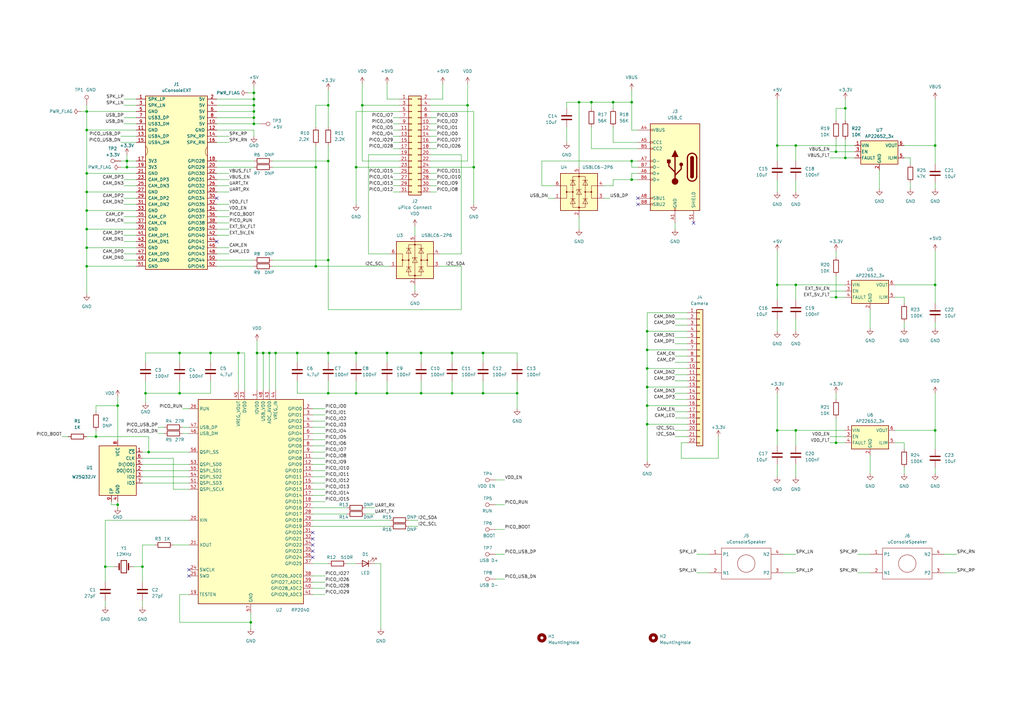
<source format=kicad_sch>
(kicad_sch (version 20230121) (generator eeschema)
  (paper "A3")
  (title_block (title "uPico") (date "2023-09-26") (rev "0x01") (company "vitaly.codes"))
  (junction (at 265.43 135.89))
  (junction (at 58.42 232.41))
  (junction (at 185.42 161.29))
  (junction (at 104.14 40.64))
  (junction (at 105.41 144.78))
  (junction (at 383.54 116.84))
  (junction (at 52.07 66.04))
  (junction (at 134.62 106.68))
  (junction (at 265.43 143.51))
  (junction (at 198.12 161.29))
  (junction (at 251.46 41.91))
  (junction (at 48.26 207.01))
  (junction (at 134.62 43.18))
  (junction (at 342.9 181.61))
  (junction (at 146.05 68.58))
  (junction (at 48.26 166.37))
  (junction (at 59.69 161.29))
  (junction (at 346.71 44.45))
  (junction (at 326.39 59.69))
  (junction (at 110.49 144.78))
  (junction (at 104.14 48.26))
  (junction (at 86.36 144.78))
  (junction (at 35.56 86.36))
  (junction (at 43.18 232.41))
  (junction (at 259.08 73.66))
  (junction (at 259.08 41.91))
  (junction (at 35.56 45.72))
  (junction (at 148.59 43.18))
  (junction (at 35.56 53.34))
  (junction (at 60.96 185.42))
  (junction (at 326.39 176.53))
  (junction (at 158.75 144.78))
  (junction (at 104.14 50.8))
  (junction (at 129.54 68.58))
  (junction (at 172.72 161.29))
  (junction (at 35.56 93.98))
  (junction (at 35.56 109.22))
  (junction (at 52.07 68.58))
  (junction (at 134.62 161.29))
  (junction (at 326.39 116.84))
  (junction (at 35.56 71.12))
  (junction (at 265.43 166.37))
  (junction (at 265.43 151.13))
  (junction (at 191.77 43.18))
  (junction (at 212.09 161.29))
  (junction (at 265.43 158.75))
  (junction (at 342.9 62.23))
  (junction (at 113.03 144.78))
  (junction (at 237.49 41.91))
  (junction (at 146.05 161.29))
  (junction (at 129.54 109.22))
  (junction (at 318.77 176.53))
  (junction (at 172.72 144.78))
  (junction (at 107.95 144.78))
  (junction (at 97.79 144.78))
  (junction (at 265.43 173.99))
  (junction (at 198.12 144.78))
  (junction (at 104.14 38.1))
  (junction (at 73.66 161.29))
  (junction (at 146.05 144.78))
  (junction (at 318.77 59.69))
  (junction (at 194.31 68.58))
  (junction (at 104.14 43.18))
  (junction (at 342.9 121.92))
  (junction (at 35.56 101.6))
  (junction (at 39.37 179.07))
  (junction (at 104.14 45.72))
  (junction (at 134.62 144.78))
  (junction (at 383.54 176.53))
  (junction (at 346.71 64.77))
  (junction (at 158.75 161.29))
  (junction (at 383.54 59.69))
  (junction (at 102.87 255.27))
  (junction (at 73.66 144.78))
  (junction (at 259.08 66.04))
  (junction (at 185.42 144.78))
  (junction (at 134.62 66.04))
  (junction (at 121.92 144.78))
  (junction (at 318.77 116.84))
  (junction (at 242.57 41.91))
  (junction (at 35.56 78.74))
  (no_connect (at 261.62 83.82))
  (no_connect (at 88.9 99.06))
  (no_connect (at 284.48 91.44))
  (no_connect (at 128.27 220.98))
  (no_connect (at 128.27 226.06))
  (no_connect (at 88.9 81.28))
  (no_connect (at 128.27 223.52))
  (no_connect (at 77.47 236.22))
  (no_connect (at 128.27 218.44))
  (no_connect (at 128.27 228.6))
  (no_connect (at 77.47 233.68))
  (no_connect (at 261.62 81.28))
  (wire (pts (xy 35.56 71.12) (xy 55.88 71.12)))
  (wire (pts (xy 104.14 45.72) (xy 104.14 48.26)))
  (wire (pts (xy 86.36 144.78) (xy 86.36 148.59)))
  (wire (pts (xy 146.05 45.72) (xy 146.05 68.58)))
  (wire (pts (xy 49.53 58.42) (xy 55.88 58.42)))
  (wire (pts (xy 35.56 93.98) (xy 35.56 101.6)))
  (wire (pts (xy 77.47 213.36) (xy 43.18 213.36)))
  (wire (pts (xy 50.8 43.18) (xy 55.88 43.18)))
  (wire (pts (xy 73.66 156.21) (xy 73.66 161.29)))
  (wire (pts (xy 134.62 36.83) (xy 134.62 43.18)))
  (wire (pts (xy 265.43 151.13) (xy 281.94 151.13)))
  (wire (pts (xy 285.75 234.95) (xy 290.83 234.95)))
  (wire (pts (xy 50.8 99.06) (xy 55.88 99.06)))
  (wire (pts (xy 35.56 53.34) (xy 55.88 53.34)))
  (wire (pts (xy 104.14 38.1) (xy 104.14 40.64)))
  (wire (pts (xy 383.54 176.53) (xy 383.54 184.15)))
  (wire (pts (xy 370.84 124.46) (xy 370.84 121.92)))
  (wire (pts (xy 111.76 109.22) (xy 129.54 109.22)))
  (wire (pts (xy 160.02 213.36) (xy 128.27 213.36)))
  (wire (pts (xy 106.68 50.8) (xy 104.14 50.8)))
  (wire (pts (xy 133.35 190.5) (xy 128.27 190.5)))
  (wire (pts (xy 43.18 232.41) (xy 43.18 238.76)))
  (wire (pts (xy 383.54 132.08) (xy 383.54 134.62)))
  (wire (pts (xy 158.75 148.59) (xy 158.75 144.78)))
  (wire (pts (xy 265.43 166.37) (xy 265.43 158.75)))
  (wire (pts (xy 250.19 81.28) (xy 247.65 81.28)))
  (wire (pts (xy 179.07 71.12) (xy 176.53 71.12)))
  (wire (pts (xy 172.72 148.59) (xy 172.72 144.78)))
  (wire (pts (xy 326.39 73.66) (xy 326.39 78.74)))
  (wire (pts (xy 93.98 96.52) (xy 88.9 96.52)))
  (wire (pts (xy 340.36 181.61) (xy 342.9 181.61)))
  (wire (pts (xy 48.26 208.28) (xy 48.26 207.01)))
  (wire (pts (xy 50.8 81.28) (xy 55.88 81.28)))
  (wire (pts (xy 88.9 43.18) (xy 104.14 43.18)))
  (wire (pts (xy 318.77 116.84) (xy 326.39 116.84)))
  (wire (pts (xy 340.36 121.92) (xy 342.9 121.92)))
  (wire (pts (xy 71.12 187.96) (xy 71.12 200.66)))
  (wire (pts (xy 151.13 63.5) (xy 163.83 63.5)))
  (wire (pts (xy 340.36 179.07) (xy 346.71 179.07)))
  (wire (pts (xy 93.98 86.36) (xy 88.9 86.36)))
  (wire (pts (xy 43.18 213.36) (xy 43.18 232.41)))
  (wire (pts (xy 360.68 69.85) (xy 360.68 77.47)))
  (wire (pts (xy 207.01 237.49) (xy 203.2 237.49)))
  (wire (pts (xy 265.43 166.37) (xy 281.94 166.37)))
  (wire (pts (xy 171.45 213.36) (xy 167.64 213.36)))
  (wire (pts (xy 58.42 195.58) (xy 77.47 195.58)))
  (wire (pts (xy 134.62 148.59) (xy 134.62 144.78)))
  (wire (pts (xy 60.96 185.42) (xy 77.47 185.42)))
  (wire (pts (xy 259.08 36.83) (xy 259.08 41.91)))
  (wire (pts (xy 58.42 232.41) (xy 58.42 238.76)))
  (wire (pts (xy 35.56 43.18) (xy 35.56 45.72)))
  (wire (pts (xy 318.77 40.64) (xy 318.77 59.69)))
  (wire (pts (xy 383.54 191.77) (xy 383.54 194.31)))
  (wire (pts (xy 46.99 232.41) (xy 43.18 232.41)))
  (wire (pts (xy 224.79 81.28) (xy 227.33 81.28)))
  (wire (pts (xy 172.72 161.29) (xy 185.42 161.29)))
  (wire (pts (xy 383.54 59.69) (xy 383.54 67.31)))
  (wire (pts (xy 251.46 58.42) (xy 251.46 52.07)))
  (wire (pts (xy 383.54 116.84) (xy 383.54 124.46)))
  (wire (pts (xy 373.38 64.77) (xy 370.84 64.77)))
  (wire (pts (xy 265.43 158.75) (xy 281.94 158.75)))
  (wire (pts (xy 373.38 74.93) (xy 373.38 77.47)))
  (wire (pts (xy 73.66 243.84) (xy 73.66 255.27)))
  (wire (pts (xy 232.41 58.42) (xy 232.41 52.07)))
  (wire (pts (xy 133.35 172.72) (xy 128.27 172.72)))
  (wire (pts (xy 102.87 257.81) (xy 102.87 255.27)))
  (wire (pts (xy 276.86 140.97) (xy 281.94 140.97)))
  (wire (pts (xy 326.39 176.53) (xy 326.39 182.88)))
  (wire (pts (xy 326.39 135.89) (xy 326.39 130.81)))
  (wire (pts (xy 265.43 151.13) (xy 265.43 143.51)))
  (wire (pts (xy 179.07 48.26) (xy 176.53 48.26)))
  (wire (pts (xy 50.8 76.2) (xy 55.88 76.2)))
  (wire (pts (xy 207.01 217.17) (xy 203.2 217.17)))
  (wire (pts (xy 191.77 34.29) (xy 191.77 43.18)))
  (wire (pts (xy 48.26 162.56) (xy 48.26 166.37)))
  (wire (pts (xy 158.75 40.64) (xy 163.83 40.64)))
  (wire (pts (xy 318.77 135.89) (xy 318.77 130.81)))
  (wire (pts (xy 100.33 160.02) (xy 100.33 144.78)))
  (wire (pts (xy 189.23 109.22) (xy 189.23 127)))
  (wire (pts (xy 121.92 144.78) (xy 113.03 144.78)))
  (wire (pts (xy 207.01 227.33) (xy 203.2 227.33)))
  (wire (pts (xy 185.42 156.21) (xy 185.42 161.29)))
  (wire (pts (xy 342.9 171.45) (xy 342.9 181.61)))
  (wire (pts (xy 222.25 76.2) (xy 222.25 66.04)))
  (wire (pts (xy 181.61 40.64) (xy 176.53 40.64)))
  (wire (pts (xy 265.43 189.23) (xy 265.43 173.99)))
  (wire (pts (xy 356.87 186.69) (xy 356.87 194.31)))
  (wire (pts (xy 93.98 91.44) (xy 88.9 91.44)))
  (wire (pts (xy 73.66 243.84) (xy 77.47 243.84)))
  (wire (pts (xy 276.86 130.81) (xy 281.94 130.81)))
  (wire (pts (xy 54.61 232.41) (xy 58.42 232.41)))
  (wire (pts (xy 318.77 73.66) (xy 318.77 78.74)))
  (wire (pts (xy 74.93 167.64) (xy 77.47 167.64)))
  (wire (pts (xy 198.12 161.29) (xy 185.42 161.29)))
  (wire (pts (xy 276.86 163.83) (xy 281.94 163.83)))
  (wire (pts (xy 261.62 60.96) (xy 242.57 60.96)))
  (wire (pts (xy 180.34 109.22) (xy 189.23 109.22)))
  (wire (pts (xy 50.8 106.68) (xy 55.88 106.68)))
  (wire (pts (xy 294.64 187.96) (xy 294.64 179.07)))
  (wire (pts (xy 179.07 76.2) (xy 176.53 76.2)))
  (wire (pts (xy 171.45 215.9) (xy 167.64 215.9)))
  (wire (pts (xy 88.9 40.64) (xy 104.14 40.64)))
  (wire (pts (xy 265.43 135.89) (xy 265.43 128.27)))
  (wire (pts (xy 212.09 161.29) (xy 198.12 161.29)))
  (wire (pts (xy 259.08 53.34) (xy 261.62 53.34)))
  (wire (pts (xy 35.56 53.34) (xy 35.56 71.12)))
  (wire (pts (xy 176.53 63.5) (xy 189.23 63.5)))
  (wire (pts (xy 259.08 41.91) (xy 259.08 53.34)))
  (wire (pts (xy 237.49 68.58) (xy 237.49 41.91)))
  (wire (pts (xy 133.35 175.26) (xy 128.27 175.26)))
  (wire (pts (xy 346.71 64.77) (xy 350.52 64.77)))
  (wire (pts (xy 276.86 148.59) (xy 281.94 148.59)))
  (wire (pts (xy 104.14 66.04) (xy 88.9 66.04)))
  (wire (pts (xy 170.18 92.71) (xy 170.18 96.52)))
  (wire (pts (xy 276.86 133.35) (xy 281.94 133.35)))
  (wire (pts (xy 133.35 203.2) (xy 128.27 203.2)))
  (wire (pts (xy 52.07 63.5) (xy 52.07 66.04)))
  (wire (pts (xy 179.07 73.66) (xy 176.53 73.66)))
  (wire (pts (xy 74.93 177.8) (xy 77.47 177.8)))
  (wire (pts (xy 342.9 121.92) (xy 346.71 121.92)))
  (wire (pts (xy 212.09 156.21) (xy 212.09 161.29)))
  (wire (pts (xy 346.71 57.15) (xy 346.71 64.77)))
  (wire (pts (xy 128.27 231.14) (xy 134.62 231.14)))
  (wire (pts (xy 52.07 66.04) (xy 52.07 68.58)))
  (wire (pts (xy 93.98 58.42) (xy 88.9 58.42)))
  (wire (pts (xy 189.23 127) (xy 134.62 127)))
  (wire (pts (xy 222.25 66.04) (xy 259.08 66.04)))
  (wire (pts (xy 64.77 177.8) (xy 67.31 177.8)))
  (wire (pts (xy 158.75 144.78) (xy 146.05 144.78)))
  (wire (pts (xy 251.46 41.91) (xy 259.08 41.91)))
  (wire (pts (xy 35.56 45.72) (xy 55.88 45.72)))
  (wire (pts (xy 73.66 161.29) (xy 86.36 161.29)))
  (wire (pts (xy 340.36 62.23) (xy 342.9 62.23)))
  (wire (pts (xy 276.86 146.05) (xy 281.94 146.05)))
  (wire (pts (xy 326.39 116.84) (xy 346.71 116.84)))
  (wire (pts (xy 194.31 83.82) (xy 194.31 68.58)))
  (wire (pts (xy 383.54 102.87) (xy 383.54 116.84)))
  (wire (pts (xy 129.54 52.07) (xy 129.54 43.18)))
  (wire (pts (xy 318.77 176.53) (xy 326.39 176.53)))
  (wire (pts (xy 39.37 166.37) (xy 48.26 166.37)))
  (wire (pts (xy 35.56 179.07) (xy 39.37 179.07)))
  (wire (pts (xy 134.62 59.69) (xy 134.62 66.04)))
  (wire (pts (xy 121.92 156.21) (xy 121.92 161.29)))
  (wire (pts (xy 161.29 76.2) (xy 163.83 76.2)))
  (wire (pts (xy 133.35 236.22) (xy 128.27 236.22)))
  (wire (pts (xy 50.8 88.9) (xy 55.88 88.9)))
  (wire (pts (xy 58.42 190.5) (xy 77.47 190.5)))
  (wire (pts (xy 50.8 50.8) (xy 55.88 50.8)))
  (wire (pts (xy 146.05 144.78) (xy 134.62 144.78)))
  (wire (pts (xy 97.79 144.78) (xy 97.79 160.02)))
  (wire (pts (xy 370.84 132.08) (xy 370.84 134.62)))
  (wire (pts (xy 88.9 48.26) (xy 104.14 48.26)))
  (wire (pts (xy 179.07 50.8) (xy 176.53 50.8)))
  (wire (pts (xy 104.14 68.58) (xy 88.9 68.58)))
  (wire (pts (xy 259.08 68.58) (xy 259.08 66.04)))
  (wire (pts (xy 326.39 234.95) (xy 321.31 234.95)))
  (wire (pts (xy 134.62 144.78) (xy 121.92 144.78)))
  (wire (pts (xy 261.62 66.04) (xy 259.08 66.04)))
  (wire (pts (xy 133.35 182.88) (xy 128.27 182.88)))
  (wire (pts (xy 342.9 44.45) (xy 342.9 49.53)))
  (wire (pts (xy 134.62 43.18) (xy 134.62 52.07)))
  (wire (pts (xy 133.35 185.42) (xy 128.27 185.42)))
  (wire (pts (xy 261.62 58.42) (xy 251.46 58.42)))
  (wire (pts (xy 133.35 241.3) (xy 128.27 241.3)))
  (wire (pts (xy 35.56 101.6) (xy 55.88 101.6)))
  (wire (pts (xy 227.33 76.2) (xy 222.25 76.2)))
  (wire (pts (xy 207.01 207.01) (xy 203.2 207.01)))
  (wire (pts (xy 158.75 156.21) (xy 158.75 161.29)))
  (wire (pts (xy 49.53 55.88) (xy 55.88 55.88)))
  (wire (pts (xy 102.87 251.46) (xy 102.87 255.27)))
  (wire (pts (xy 318.77 176.53) (xy 318.77 182.88)))
  (wire (pts (xy 242.57 41.91) (xy 251.46 41.91)))
  (wire (pts (xy 107.95 144.78) (xy 110.49 144.78)))
  (wire (pts (xy 142.24 210.82) (xy 128.27 210.82)))
  (wire (pts (xy 88.9 55.88) (xy 93.98 55.88)))
  (wire (pts (xy 346.71 44.45) (xy 346.71 49.53)))
  (wire (pts (xy 146.05 68.58) (xy 163.83 68.58)))
  (wire (pts (xy 261.62 71.12) (xy 259.08 71.12)))
  (wire (pts (xy 276.86 93.98) (xy 276.86 91.44)))
  (wire (pts (xy 48.26 166.37) (xy 48.26 180.34)))
  (wire (pts (xy 383.54 40.64) (xy 383.54 59.69)))
  (wire (pts (xy 25.4 179.07) (xy 27.94 179.07)))
  (wire (pts (xy 64.77 175.26) (xy 67.31 175.26)))
  (wire (pts (xy 161.29 60.96) (xy 163.83 60.96)))
  (wire (pts (xy 326.39 59.69) (xy 326.39 66.04)))
  (wire (pts (xy 104.14 109.22) (xy 88.9 109.22)))
  (wire (pts (xy 55.88 66.04) (xy 52.07 66.04)))
  (wire (pts (xy 356.87 127) (xy 356.87 134.62)))
  (wire (pts (xy 35.56 109.22) (xy 55.88 109.22)))
  (wire (pts (xy 71.12 200.66) (xy 77.47 200.66)))
  (wire (pts (xy 161.29 53.34) (xy 163.83 53.34)))
  (wire (pts (xy 161.29 71.12) (xy 163.83 71.12)))
  (wire (pts (xy 276.86 168.91) (xy 281.94 168.91)))
  (wire (pts (xy 101.6 38.1) (xy 104.14 38.1)))
  (wire (pts (xy 45.72 207.01) (xy 48.26 207.01)))
  (wire (pts (xy 276.86 179.07) (xy 281.94 179.07)))
  (wire (pts (xy 104.14 106.68) (xy 88.9 106.68)))
  (wire (pts (xy 146.05 148.59) (xy 146.05 144.78)))
  (wire (pts (xy 134.62 161.29) (xy 146.05 161.29)))
  (wire (pts (xy 50.8 40.64) (xy 55.88 40.64)))
  (wire (pts (xy 346.71 40.64) (xy 346.71 44.45)))
  (wire (pts (xy 146.05 83.82) (xy 146.05 68.58)))
  (wire (pts (xy 342.9 113.03) (xy 342.9 121.92)))
  (wire (pts (xy 50.8 104.14) (xy 55.88 104.14)))
  (wire (pts (xy 232.41 41.91) (xy 237.49 41.91)))
  (wire (pts (xy 179.07 55.88) (xy 176.53 55.88)))
  (wire (pts (xy 59.69 144.78) (xy 73.66 144.78)))
  (wire (pts (xy 104.14 40.64) (xy 104.14 43.18)))
  (wire (pts (xy 86.36 156.21) (xy 86.36 161.29)))
  (wire (pts (xy 73.66 144.78) (xy 86.36 144.78)))
  (wire (pts (xy 148.59 43.18) (xy 148.59 66.04)))
  (wire (pts (xy 58.42 198.12) (xy 77.47 198.12)))
  (wire (pts (xy 318.77 59.69) (xy 318.77 66.04)))
  (wire (pts (xy 161.29 50.8) (xy 163.83 50.8)))
  (wire (pts (xy 383.54 74.93) (xy 383.54 77.47)))
  (wire (pts (xy 134.62 127) (xy 134.62 106.68)))
  (wire (pts (xy 59.69 148.59) (xy 59.69 144.78)))
  (wire (pts (xy 50.8 73.66) (xy 55.88 73.66)))
  (wire (pts (xy 276.86 171.45) (xy 281.94 171.45)))
  (wire (pts (xy 251.46 73.66) (xy 251.46 76.2)))
  (wire (pts (xy 194.31 45.72) (xy 194.31 68.58)))
  (wire (pts (xy 35.56 109.22) (xy 35.56 120.65)))
  (wire (pts (xy 73.66 255.27) (xy 102.87 255.27)))
  (wire (pts (xy 318.77 161.29) (xy 318.77 176.53)))
  (wire (pts (xy 176.53 68.58) (xy 194.31 68.58)))
  (wire (pts (xy 318.77 116.84) (xy 318.77 123.19)))
  (wire (pts (xy 60.96 179.07) (xy 60.96 185.42)))
  (wire (pts (xy 43.18 248.92) (xy 43.18 246.38)))
  (wire (pts (xy 146.05 156.21) (xy 146.05 161.29)))
  (wire (pts (xy 370.84 184.15) (xy 370.84 181.61)))
  (wire (pts (xy 326.39 116.84) (xy 326.39 123.19)))
  (wire (pts (xy 104.14 53.34) (xy 104.14 55.88)))
  (wire (pts (xy 93.98 104.14) (xy 88.9 104.14)))
  (wire (pts (xy 373.38 67.31) (xy 373.38 64.77)))
  (wire (pts (xy 198.12 144.78) (xy 185.42 144.78)))
  (wire (pts (xy 326.39 195.58) (xy 326.39 190.5)))
  (wire (pts (xy 326.39 176.53) (xy 346.71 176.53)))
  (wire (pts (xy 367.03 176.53) (xy 383.54 176.53)))
  (wire (pts (xy 74.93 175.26) (xy 77.47 175.26)))
  (wire (pts (xy 156.21 231.14) (xy 153.67 231.14)))
  (wire (pts (xy 189.23 104.14) (xy 189.23 63.5)))
  (wire (pts (xy 242.57 44.45) (xy 242.57 41.91)))
  (wire (pts (xy 151.13 104.14) (xy 160.02 104.14)))
  (wire (pts (xy 161.29 78.74) (xy 163.83 78.74)))
  (wire (pts (xy 35.56 93.98) (xy 55.88 93.98)))
  (wire (pts (xy 111.76 66.04) (xy 134.62 66.04)))
  (wire (pts (xy 342.9 57.15) (xy 342.9 62.23)))
  (wire (pts (xy 93.98 73.66) (xy 88.9 73.66)))
  (wire (pts (xy 153.67 210.82) (xy 149.86 210.82)))
  (wire (pts (xy 146.05 231.14) (xy 142.24 231.14)))
  (wire (pts (xy 181.61 34.29) (xy 181.61 40.64)))
  (wire (pts (xy 45.72 205.74) (xy 45.72 207.01)))
  (wire (pts (xy 179.07 78.74) (xy 176.53 78.74)))
  (wire (pts (xy 133.35 167.64) (xy 128.27 167.64)))
  (wire (pts (xy 35.56 71.12) (xy 35.56 78.74)))
  (wire (pts (xy 110.49 144.78) (xy 113.03 144.78)))
  (wire (pts (xy 113.03 144.78) (xy 113.03 160.02)))
  (wire (pts (xy 342.9 161.29) (xy 342.9 163.83)))
  (wire (pts (xy 161.29 48.26) (xy 163.83 48.26)))
  (wire (pts (xy 342.9 62.23) (xy 350.52 62.23)))
  (wire (pts (xy 129.54 109.22) (xy 160.02 109.22)))
  (wire (pts (xy 146.05 161.29) (xy 158.75 161.29)))
  (wire (pts (xy 251.46 73.66) (xy 259.08 73.66)))
  (wire (pts (xy 156.21 257.81) (xy 156.21 231.14)))
  (wire (pts (xy 342.9 44.45) (xy 346.71 44.45)))
  (wire (pts (xy 179.07 58.42) (xy 176.53 58.42)))
  (wire (pts (xy 52.07 68.58) (xy 55.88 68.58)))
  (wire (pts (xy 104.14 43.18) (xy 104.14 45.72)))
  (wire (pts (xy 326.39 59.69) (xy 350.52 59.69)))
  (wire (pts (xy 318.77 195.58) (xy 318.77 190.5)))
  (wire (pts (xy 158.75 34.29) (xy 158.75 40.64)))
  (wire (pts (xy 105.41 139.7) (xy 105.41 144.78)))
  (wire (pts (xy 58.42 185.42) (xy 60.96 185.42)))
  (wire (pts (xy 198.12 161.29) (xy 198.12 156.21)))
  (wire (pts (xy 276.86 156.21) (xy 281.94 156.21)))
  (wire (pts (xy 160.02 215.9) (xy 128.27 215.9)))
  (wire (pts (xy 259.08 68.58) (xy 261.62 68.58)))
  (wire (pts (xy 294.64 187.96) (xy 279.4 187.96)))
  (wire (pts (xy 93.98 101.6) (xy 88.9 101.6)))
  (wire (pts (xy 129.54 43.18) (xy 134.62 43.18)))
  (wire (pts (xy 129.54 59.69) (xy 129.54 68.58)))
  (wire (pts (xy 318.77 102.87) (xy 318.77 116.84)))
  (wire (pts (xy 370.84 191.77) (xy 370.84 194.31)))
  (wire (pts (xy 265.43 173.99) (xy 281.94 173.99)))
  (wire (pts (xy 100.33 144.78) (xy 97.79 144.78)))
  (wire (pts (xy 93.98 93.98) (xy 88.9 93.98)))
  (wire (pts (xy 176.53 43.18) (xy 191.77 43.18)))
  (wire (pts (xy 351.79 227.33) (xy 356.87 227.33)))
  (wire (pts (xy 58.42 246.38) (xy 58.42 248.92)))
  (wire (pts (xy 342.9 102.87) (xy 342.9 105.41)))
  (wire (pts (xy 35.56 101.6) (xy 35.56 109.22)))
  (wire (pts (xy 88.9 53.34) (xy 104.14 53.34)))
  (wire (pts (xy 35.56 78.74) (xy 35.56 86.36)))
  (wire (pts (xy 180.34 104.14) (xy 189.23 104.14)))
  (wire (pts (xy 93.98 88.9) (xy 88.9 88.9)))
  (wire (pts (xy 134.62 66.04) (xy 134.62 106.68)))
  (wire (pts (xy 265.43 143.51) (xy 281.94 143.51)))
  (wire (pts (xy 158.75 161.29) (xy 172.72 161.29)))
  (wire (pts (xy 153.67 208.28) (xy 149.86 208.28)))
  (wire (pts (xy 111.76 68.58) (xy 129.54 68.58)))
  (wire (pts (xy 48.26 207.01) (xy 48.26 205.74)))
  (wire (pts (xy 104.14 35.56) (xy 104.14 38.1)))
  (wire (pts (xy 370.84 59.69) (xy 383.54 59.69)))
  (wire (pts (xy 259.08 73.66) (xy 261.62 73.66)))
  (wire (pts (xy 342.9 181.61) (xy 346.71 181.61)))
  (wire (pts (xy 212.09 161.29) (xy 212.09 167.64)))
  (wire (pts (xy 58.42 223.52) (xy 63.5 223.52)))
  (wire (pts (xy 93.98 83.82) (xy 88.9 83.82)))
  (wire (pts (xy 161.29 58.42) (xy 163.83 58.42)))
  (wire (pts (xy 35.56 45.72) (xy 35.56 53.34)))
  (wire (pts (xy 33.02 45.72) (xy 35.56 45.72)))
  (wire (pts (xy 133.35 187.96) (xy 128.27 187.96)))
  (wire (pts (xy 35.56 86.36) (xy 55.88 86.36)))
  (wire (pts (xy 276.86 176.53) (xy 281.94 176.53)))
  (wire (pts (xy 121.92 161.29) (xy 134.62 161.29)))
  (wire (pts (xy 86.36 144.78) (xy 97.79 144.78)))
  (wire (pts (xy 105.41 144.78) (xy 107.95 144.78)))
  (wire (pts (xy 50.8 91.44) (xy 55.88 91.44)))
  (wire (pts (xy 133.35 170.18) (xy 128.27 170.18)))
  (wire (pts (xy 265.43 158.75) (xy 265.43 151.13)))
  (wire (pts (xy 340.36 119.38) (xy 346.71 119.38)))
  (wire (pts (xy 176.53 45.72) (xy 194.31 45.72)))
  (wire (pts (xy 133.35 177.8) (xy 128.27 177.8)))
  (wire (pts (xy 383.54 161.29) (xy 383.54 176.53)))
  (wire (pts (xy 191.77 66.04) (xy 191.77 43.18)))
  (wire (pts (xy 172.72 156.21) (xy 172.72 161.29)))
  (wire (pts (xy 121.92 148.59) (xy 121.92 144.78)))
  (wire (pts (xy 129.54 68.58) (xy 129.54 109.22)))
  (wire (pts (xy 251.46 76.2) (xy 247.65 76.2)))
  (wire (pts (xy 170.18 119.38) (xy 170.18 116.84)))
  (wire (pts (xy 50.8 48.26) (xy 55.88 48.26)))
  (wire (pts (xy 39.37 176.53) (xy 39.37 179.07)))
  (wire (pts (xy 185.42 148.59) (xy 185.42 144.78)))
  (wire (pts (xy 276.86 153.67) (xy 281.94 153.67)))
  (wire (pts (xy 279.4 181.61) (xy 279.4 187.96)))
  (wire (pts (xy 111.76 106.68) (xy 134.62 106.68)))
  (wire (pts (xy 265.43 135.89) (xy 281.94 135.89)))
  (wire (pts (xy 104.14 50.8) (xy 104.14 48.26)))
  (wire (pts (xy 93.98 76.2) (xy 88.9 76.2)))
  (wire (pts (xy 73.66 144.78) (xy 73.66 148.59)))
  (wire (pts (xy 237.49 88.9) (xy 237.49 93.98)))
  (wire (pts (xy 88.9 45.72) (xy 104.14 45.72)))
  (wire (pts (xy 279.4 181.61) (xy 281.94 181.61)))
  (wire (pts (xy 259.08 71.12) (xy 259.08 73.66)))
  (wire (pts (xy 142.24 208.28) (xy 128.27 208.28)))
  (wire (pts (xy 340.36 64.77) (xy 346.71 64.77)))
  (wire (pts (xy 203.2 196.85) (xy 207.01 196.85)))
  (wire (pts (xy 265.43 143.51) (xy 265.43 135.89)))
  (wire (pts (xy 179.07 53.34) (xy 176.53 53.34)))
  (wire (pts (xy 93.98 71.12) (xy 88.9 71.12)))
  (wire (pts (xy 105.41 160.02) (xy 105.41 144.78)))
  (wire (pts (xy 133.35 238.76) (xy 128.27 238.76)))
  (wire (pts (xy 58.42 223.52) (xy 58.42 232.41)))
  (wire (pts (xy 161.29 73.66) (xy 163.83 73.66)))
  (wire (pts (xy 107.95 144.78) (xy 107.95 160.02)))
  (wire (pts (xy 58.42 187.96) (xy 71.12 187.96)))
  (wire (pts (xy 265.43 128.27) (xy 281.94 128.27)))
  (wire (pts (xy 133.35 195.58) (xy 128.27 195.58)))
  (wire (pts (xy 133.35 180.34) (xy 128.27 180.34)))
  (wire (pts (xy 367.03 116.84) (xy 383.54 116.84)))
  (wire (pts (xy 133.35 198.12) (xy 128.27 198.12)))
  (wire (pts (xy 370.84 181.61) (xy 367.03 181.61)))
  (wire (pts (xy 392.43 227.33) (xy 387.35 227.33)))
  (wire (pts (xy 88.9 50.8) (xy 104.14 50.8)))
  (wire (pts (xy 276.86 161.29) (xy 281.94 161.29)))
  (wire (pts (xy 39.37 168.91) (xy 39.37 166.37)))
  (wire (pts (xy 59.69 161.29) (xy 73.66 161.29)))
  (wire (pts (xy 58.42 193.04) (xy 77.47 193.04)))
  (wire (pts (xy 133.35 243.84) (xy 128.27 243.84)))
  (wire (pts (xy 265.43 173.99) (xy 265.43 166.37)))
  (wire (pts (xy 148.59 34.29) (xy 148.59 43.18)))
  (wire (pts (xy 351.79 234.95) (xy 356.87 234.95)))
  (wire (pts (xy 161.29 55.88) (xy 163.83 55.88)))
  (wire (pts (xy 35.56 86.36) (xy 35.56 93.98)))
  (wire (pts (xy 59.69 161.29) (xy 59.69 156.21)))
  (wire (pts (xy 110.49 144.78) (xy 110.49 160.02)))
  (wire (pts (xy 198.12 148.59) (xy 198.12 144.78)))
  (wire (pts (xy 276.86 138.43) (xy 281.94 138.43)))
  (wire (pts (xy 49.53 68.58) (xy 52.07 68.58)))
  (wire (pts (xy 172.72 144.78) (xy 158.75 144.78)))
  (wire (pts (xy 148.59 43.18) (xy 163.83 43.18)))
  (wire (pts (xy 212.09 148.59) (xy 212.09 144.78)))
  (wire (pts (xy 134.62 156.21) (xy 134.62 161.29)))
  (wire (pts (xy 232.41 44.45) (xy 232.41 41.91)))
  (wire (pts (xy 163.83 45.72) (xy 146.05 45.72)))
  (wire (pts (xy 49.53 66.04) (xy 52.07 66.04)))
  (wire (pts (xy 176.53 66.04) (xy 191.77 66.04)))
  (wire (pts (xy 50.8 96.52) (xy 55.88 96.52)))
  (wire (pts (xy 326.39 227.33) (xy 321.31 227.33)))
  (wire (pts (xy 237.49 41.91) (xy 242.57 41.91)))
  (wire (pts (xy 60.96 179.07) (xy 39.37 179.07)))
  (wire (pts (xy 50.8 83.82) (xy 55.88 83.82)))
  (wire (pts (xy 179.07 60.96) (xy 176.53 60.96)))
  (wire (pts (xy 285.75 227.33) (xy 290.83 227.33)))
  (wire (pts (xy 59.69 161.29) (xy 59.69 165.1)))
  (wire (pts (xy 71.12 223.52) (xy 77.47 223.52)))
  (wire (pts (xy 35.56 78.74) (xy 55.88 78.74)))
  (wire (pts (xy 133.35 205.74) (xy 128.27 205.74)))
  (wire (pts (xy 133.35 193.04) (xy 128.27 193.04)))
  (wire (pts (xy 392.43 234.95) (xy 387.35 234.95)))
  (wire (pts (xy 185.42 144.78) (xy 172.72 144.78)))
  (wire (pts (xy 163.83 66.04) (xy 148.59 66.04)))
  (wire (pts (xy 251.46 41.91) (xy 251.46 44.45)))
  (wire (pts (xy 93.98 78.74) (xy 88.9 78.74)))
  (wire (pts (xy 242.57 60.96) (xy 242.57 52.07)))
  (wire (pts (xy 133.35 200.66) (xy 128.27 200.66)))
  (wire (pts (xy 318.77 59.69) (xy 326.39 59.69)))
  (wire (pts (xy 370.84 121.92) (xy 367.03 121.92)))
  (wire (pts (xy 151.13 63.5) (xy 151.13 104.14)))
  (wire (pts (xy 212.09 144.78) (xy 198.12 144.78)))
  (label "PICO_IO10" (at 133.35 193.04 0))
  (label "SPK_RN" (at 93.98 58.42 0))
  (label "PICO_IO3" (at 133.35 175.26 0))
  (label "PICO_IO2" (at 133.35 172.72 0))
  (label "CAM_DP2" (at 50.8 81.28 180))
  (label "I2C_SDA" (at 276.86 179.07 180))
  (label "EXT_5V_EN" (at 340.36 119.38 180))
  (label "I2C_SDA" (at 171.45 213.36 0))
  (label "PICO_IO28" (at 161.29 60.96 180))
  (label "UART_RX" (at 153.67 208.28 0))
  (label "VBUS_EN" (at 340.36 62.23 180))
  (label "SPK_RP" (at 93.98 55.88 0))
  (label "CAM_CP" (at 50.8 88.9 180))
  (label "PICO_USB_DN" (at 49.53 58.42 180))
  (label "VBUS_EN" (at 93.98 73.66 0))
  (label "CAM_DP1" (at 276.86 140.97 180))
  (label "PICO_IO8" (at 133.35 187.96 0))
  (label "USB_DN" (at 224.79 81.28 180))
  (label "I2C_SCL" (at 157.48 109.22 180))
  (label "PICO_IO0" (at 179.07 55.88 0))
  (label "VDD_EN" (at 340.36 179.07 180))
  (label "PICO_IO15" (at 133.35 205.74 0))
  (label "CAM_EN" (at 276.86 168.91 180))
  (label "PICO_IO5" (at 161.29 53.34 180))
  (label "PICO_USB_DN" (at 207.01 237.49 0))
  (label "PICO_IO6" (at 133.35 182.88 0))
  (label "I2C_SDA" (at 182.88 109.22 0))
  (label "VBUS_FLT" (at 340.36 64.77 180))
  (label "SPK_LN" (at 50.8 43.18 180))
  (label "PICO_BOOT" (at 93.98 88.9 0))
  (label "PICO_IO11" (at 133.35 195.58 0))
  (label "UART_TX" (at 153.67 210.82 0))
  (label "PICO_IO29" (at 161.29 58.42 180))
  (label "PICO_IO26" (at 179.07 60.96 0))
  (label "EXT_5V_FLT" (at 93.98 93.98 0))
  (label "PICO_IO9" (at 133.35 190.5 0))
  (label "PICO_RUN" (at 93.98 91.44 0))
  (label "PICO_USB_DP" (at 64.77 175.26 180))
  (label "USB_DN" (at 50.8 50.8 180))
  (label "CAM_DN1" (at 50.8 99.06 180))
  (label "SPK_RN" (at 351.79 234.95 180))
  (label "CAM_DP0" (at 50.8 104.14 180))
  (label "CAM_DN1" (at 276.86 138.43 180))
  (label "SPK_RN" (at 392.43 227.33 0))
  (label "CAM_DN2" (at 276.86 153.67 180))
  (label "VDD_FLT" (at 340.36 181.61 180))
  (label "UART_RX" (at 93.98 78.74 0))
  (label "PICO_IO8" (at 179.07 78.74 0))
  (label "PICO_IO7" (at 161.29 48.26 180))
  (label "EXT_5V_EN" (at 93.98 96.52 0))
  (label "SPK_RP" (at 392.43 234.95 0))
  (label "PICO_IO4" (at 161.29 55.88 180))
  (label "CAM_DN0" (at 50.8 106.68 180))
  (label "CAM_DN0" (at 276.86 130.81 180))
  (label "PICO_IO5" (at 133.35 180.34 0))
  (label "CAM_LED" (at 276.86 171.45 180))
  (label "CAM_CN" (at 50.8 91.44 180))
  (label "SPK_LP" (at 285.75 227.33 180))
  (label "PICO_USB_DN" (at 64.77 177.8 180))
  (label "CAM_DP3" (at 276.86 163.83 180))
  (label "USB_DP" (at 50.8 48.26 180))
  (label "PICO_IO13" (at 161.29 76.2 180))
  (label "PICO_RUN" (at 207.01 207.01 0))
  (label "PICO_RUN" (at 74.93 167.64 180))
  (label "PICO_IO0" (at 133.35 167.64 0))
  (label "PICO_IO29" (at 133.35 243.84 0))
  (label "PICO_USB_DP" (at 49.53 55.88 180))
  (label "PICO_IO12" (at 161.29 78.74 180))
  (label "PICO_IO3" (at 179.07 48.26 0))
  (label "PICO_IO1" (at 133.35 170.18 0))
  (label "PICO_IO26" (at 133.35 238.76 0))
  (label "CAM_EN" (at 93.98 101.6 0))
  (label "PICO_BOOT" (at 25.4 179.07 180))
  (label "USB_DP" (at 250.19 81.28 0))
  (label "PICO_IO4" (at 133.35 177.8 0))
  (label "PICO_IO6" (at 161.29 50.8 180))
  (label "SPK_LP" (at 50.8 40.64 180))
  (label "PICO_IO2" (at 179.07 50.8 0))
  (label "VDD_FLT" (at 93.98 83.82 0))
  (label "PICO_IO27" (at 133.35 236.22 0))
  (label "PICO_IO10" (at 179.07 73.66 0))
  (label "I2C_SCL" (at 276.86 176.53 180))
  (label "PICO_IO7" (at 133.35 185.42 0))
  (label "PICO_IO28" (at 133.35 241.3 0))
  (label "CAM_DP3" (at 50.8 73.66 180))
  (label "EXT_5V_FLT" (at 340.36 121.92 180))
  (label "CAM_DP2" (at 276.86 156.21 180))
  (label "PICO_IO27" (at 179.07 58.42 0))
  (label "PICO_IO13" (at 133.35 200.66 0))
  (label "CAM_DN3" (at 50.8 76.2 180))
  (label "PICO_IO9" (at 179.07 76.2 0))
  (label "CAM_DN2" (at 50.8 83.82 180))
  (label "PICO_IO11" (at 179.07 71.12 0))
  (label "PICO_IO14" (at 161.29 73.66 180))
  (label "CAM_CP" (at 276.86 148.59 180))
  (label "CAM_CN" (at 276.86 146.05 180))
  (label "SPK_LN" (at 326.39 227.33 0))
  (label "PICO_IO1" (at 179.07 53.34 0))
  (label "VDD_EN" (at 93.98 86.36 0))
  (label "I2C_SCL" (at 171.45 215.9 0))
  (label "SPK_RP" (at 351.79 227.33 180))
  (label "CAM_DP0" (at 276.86 133.35 180))
  (label "VBUS_FLT" (at 93.98 71.12 0))
  (label "PICO_IO15" (at 161.29 71.12 180))
  (label "SPK_LN" (at 285.75 234.95 180))
  (label "PICO_BOOT" (at 207.01 217.17 0))
  (label "VDD_EN" (at 207.01 196.85 0))
  (label "PICO_USB_DP" (at 207.01 227.33 0))
  (label "CAM_DN3" (at 276.86 161.29 180))
  (label "CAM_DP1" (at 50.8 96.52 180))
  (label "SPK_LP" (at 326.39 234.95 0))
  (label "PICO_IO14" (at 133.35 203.2 0))
  (label "PICO_IO12" (at 133.35 198.12 0))
  (label "CAM_LED" (at 93.98 104.14 0))
  (label "UART_TX" (at 93.98 76.2 0))
  (symbol (lib_id "Device:R") (at 67.31 223.52 90) (mirror x) (unit 1)
    (property "Reference" "R3" (at 64.77 220.98 90))
    (property "Value" "1K" (at 68.58 220.98 90))
    (property "Footprint" "Resistor_SMD:R_0402_1005Metric" (effects hide))
  )
  (symbol (lib_id "power:GND") (at 194.31 83.82 0) (mirror y) (unit 1)
    (property "Reference" "#PWR021" (effects hide))
    (property "Value" "GND" (at 194.31 88.9 0))
  )
  (symbol (lib_id "Connector:TestPoint") (at 106.68 50.8 270) (unit 1)
    (property "Reference" "TP3" (at 111.76 49.53 90) (effects (justify left)))
    (property "Value" "+5V" (at 111.76 52.07 90) (effects (justify left)))
    (property "Footprint" "TestPoint:TestPoint_Pad_D1.0mm" (effects hide))
  )
  (symbol (lib_id "Device:R") (at 242.57 48.26 0) (unit 1)
    (property "Reference" "R17" (at 245.11 46.99 0) (effects (justify left)))
    (property "Value" "56K" (at 245.11 49.53 0) (effects (justify left)))
    (property "Footprint" "Resistor_SMD:R_0402_1005Metric" (effects hide))
  )
  (symbol (lib_id "power:GND") (at 35.56 120.65 0) (unit 1)
    (property "Reference" "#PWR01" (effects hide))
    (property "Value" "GND" (at 35.56 125.73 0))
  )
  (symbol (lib_id "power:GND") (at 48.26 208.28 0) (unit 1)
    (property "Reference" "#PWR04" (effects hide))
    (property "Value" "GND" (at 48.26 212.09 0))
  )
  (symbol (lib_id "power:VDD") (at 383.54 161.29 0) (unit 1)
    (property "Reference" "#PWR051" (effects hide))
    (property "Value" "VDD" (at 383.54 156.21 0))
  )
  (symbol (lib_id "Device:C") (at 73.66 152.4 0) (unit 1)
    (property "Reference" "C4" (at 77.47 151.765 0) (effects (justify left)))
    (property "Value" "100nF" (at 77.47 154.305 0) (effects (justify left)))
    (property "Footprint" "Capacitor_SMD:C_0402_1005Metric" (effects hide))
  )
  (symbol (lib_id "power:GND") (at 104.14 55.88 0) (unit 1)
    (property "Reference" "#PWR010" (effects hide))
    (property "Value" "GND" (at 104.14 59.69 0))
  )
  (symbol (lib_id "Connector:TestPoint") (at 203.2 217.17 90) (unit 1)
    (property "Reference" "TP6" (at 201.93 214.63 90) (effects (justify left)))
    (property "Value" "BOOT" (at 203.2 219.71 90) (effects (justify left)))
    (property "Footprint" "TestPoint:TestPoint_Pad_D1.0mm" (effects hide))
  )
  (symbol (lib_id "power:+3.3V") (at 134.62 36.83 0) (unit 1)
    (property "Reference" "#PWR012" (effects hide))
    (property "Value" "+3.3V" (at 134.62 33.02 0))
  )
  (symbol (lib_id "Connector:TestPoint") (at 203.2 227.33 90) (unit 1)
    (property "Reference" "TP7" (at 201.93 224.79 90) (effects (justify left)))
    (property "Value" "USB D+" (at 204.47 229.87 90) (effects (justify left)))
    (property "Footprint" "TestPoint:TestPoint_Pad_D1.0mm" (effects hide))
  )
  (symbol (lib_id "Device:R") (at 107.95 106.68 90) (unit 1)
    (property "Reference" "R8" (at 105.41 104.14 90))
    (property "Value" "DNP" (at 110.49 104.14 90))
    (property "Footprint" "Resistor_SMD:R_0402_1005Metric" (effects hide))
  )
  (symbol (lib_id "power:GND") (at 59.69 165.1 0) (unit 1)
    (property "Reference" "#PWR07" (effects hide))
    (property "Value" "GND" (at 59.69 168.91 0))
  )
  (symbol (lib_id "power:+5VD") (at 383.54 102.87 0) (unit 1)
    (property "Reference" "#PWR049" (effects hide))
    (property "Value" "+5VD" (at 383.54 97.79 0))
  )
  (symbol (lib_id "power:+3.3V") (at 318.77 161.29 0) (unit 1)
    (property "Reference" "#PWR033" (effects hide))
    (property "Value" "+3.3V" (at 318.77 157.48 0))
  )
  (symbol (lib_id "@jb:AP22652_3x") (at 356.87 179.07 0) (unit 1)
    (property "Reference" "U6" (at 356.87 170.18 0))
    (property "Value" "AP22652_3x" (at 356.87 172.72 0))
    (property "Footprint" "Package_TO_SOT_SMD:SOT-23-6" (effects hide))
    (property "Datasheet" "https://www.diodes.com/assets/Datasheets/AP22652_53_52A_53A.pdf" (effects hide))
  )
  (symbol (lib_id "power:GND") (at 237.49 93.98 0) (unit 1)
    (property "Reference" "#PWR024" (effects hide))
    (property "Value" "GND" (at 237.49 99.06 0))
  )
  (symbol (lib_id "power:GND") (at 356.87 194.31 0) (unit 1)
    (property "Reference" "#PWR042" (effects hide))
    (property "Value" "GND" (at 356.87 199.39 0))
  )
  (symbol (lib_id "power:+5V") (at 318.77 102.87 0) (unit 1)
    (property "Reference" "#PWR031" (effects hide))
    (property "Value" "+5V" (at 318.77 99.06 0))
  )
  (symbol (lib_id "Power_Protection:USBLC6-2P6") (at 170.18 106.68 0) (unit 1)
    (property "Reference" "U3" (at 162.56 96.52 0) (effects (justify left)))
    (property "Value" "USBLC6-2P6" (at 172.72 96.52 0) (effects (justify left)))
    (property "Footprint" "Package_TO_SOT_SMD:SOT-666" (effects hide))
    (property "Datasheet" "https://www.st.com/resource/en/datasheet/usblc6-2.pdf" (effects hide))
  )
  (symbol (lib_id "Device:C") (at 383.54 71.12 0) (mirror y) (unit 1)
    (property "Reference" "C21" (at 387.35 69.85 0) (effects (justify right)))
    (property "Value" "10uF" (at 387.35 72.39 0) (effects (justify right)))
    (property "Footprint" "Capacitor_SMD:C_0603_1608Metric" (effects hide))
  )
  (symbol (lib_id "power:GND") (at 318.77 195.58 0) (unit 1)
    (property "Reference" "#PWR034" (effects hide))
    (property "Value" "GND" (at 318.77 200.66 0))
  )
  (symbol (lib_id "power:GND") (at 43.18 248.92 0) (unit 1)
    (property "Reference" "#PWR02" (effects hide))
    (property "Value" "GND" (at 43.18 254 0))
  )
  (symbol (lib_id "Device:R") (at 39.37 172.72 0) (unit 1)
    (property "Reference" "R2" (at 41.91 172.085 0) (effects (justify left)))
    (property "Value" "DNP" (at 41.91 174.625 0) (effects (justify left)))
    (property "Footprint" "Resistor_SMD:R_0402_1005Metric" (effects hide))
  )
  (symbol (lib_id "Device:R") (at 370.84 128.27 0) (unit 1)
    (property "Reference" "R23" (at 373.38 127 0) (effects (justify left)))
    (property "Value" "100K" (at 373.38 129.54 0) (effects (justify left)))
    (property "Footprint" "Resistor_SMD:R_0402_1005Metric" (effects hide))
  )
  (symbol (lib_id "Device:R") (at 107.95 66.04 90) (unit 1)
    (property "Reference" "R6" (at 105.41 63.5 90))
    (property "Value" "DNP" (at 110.49 63.5 90))
    (property "Footprint" "Resistor_SMD:R_0402_1005Metric" (effects hide))
  )
  (symbol (lib_id "Device:R") (at 71.12 175.26 90) (unit 1)
    (property "Reference" "R4" (at 69.215 172.72 90))
    (property "Value" "27R" (at 73.66 172.72 90))
    (property "Footprint" "Resistor_SMD:R_0402_1005Metric" (effects hide))
  )
  (symbol (lib_id "power:GND") (at 318.77 78.74 0) (unit 1)
    (property "Reference" "#PWR030" (effects hide))
    (property "Value" "GND" (at 318.77 83.82 0))
  )
  (symbol (lib_id "power:+3.3V") (at 342.9 102.87 0) (unit 1)
    (property "Reference" "#PWR038" (effects hide))
    (property "Value" "+3.3V" (at 342.9 99.06 0))
  )
  (symbol (lib_id "Device:R") (at 138.43 231.14 90) (mirror x) (unit 1)
    (property "Reference" "R12" (at 135.89 228.6 90))
    (property "Value" "510R" (at 142.24 228.6 90))
    (property "Footprint" "Resistor_SMD:R_0402_1005Metric" (effects hide))
  )
  (symbol (lib_id "Device:R") (at 342.9 53.34 0) (mirror y) (unit 1)
    (property "Reference" "R19" (at 340.36 52.705 0) (effects (justify left)))
    (property "Value" "10K" (at 340.36 55.245 0) (effects (justify left)))
    (property "Footprint" "Resistor_SMD:R_0402_1005Metric" (effects hide))
  )
  (symbol (lib_id "power:+5VD") (at 158.75 34.29 0) (unit 1)
    (property "Reference" "#PWR015" (effects hide))
    (property "Value" "+5VD" (at 158.75 29.21 0))
  )
  (symbol (lib_id "Device:R") (at 163.83 215.9 90) (mirror x) (unit 1)
    (property "Reference" "R16" (at 158.75 217.17 90))
    (property "Value" "DNP" (at 168.91 217.17 90))
    (property "Footprint" "Resistor_SMD:R_0402_1005Metric" (effects hide))
  )
  (symbol (lib_id "Connector:TestPoint") (at 203.2 196.85 90) (unit 1)
    (property "Reference" "TP4" (at 201.93 194.31 90) (effects (justify left)))
    (property "Value" "VDD EN" (at 203.2 199.39 90) (effects (justify left)))
    (property "Footprint" "TestPoint:TestPoint_Pad_D1.0mm" (effects hide))
  )
  (symbol (lib_id "power:GND") (at 326.39 135.89 0) (unit 1)
    (property "Reference" "#PWR036" (effects hide))
    (property "Value" "GND" (at 326.39 140.97 0))
  )
  (symbol (lib_id "power:GND") (at 276.86 93.98 0) (unit 1)
    (property "Reference" "#PWR027" (effects hide))
    (property "Value" "GND" (at 276.86 99.06 0))
  )
  (symbol (lib_id "Device:C") (at 326.39 127 180) (unit 1)
    (property "Reference" "C19" (at 330.2 126.365 0) (effects (justify right)))
    (property "Value" "100nF" (at 330.2 128.905 0) (effects (justify right)))
    (property "Footprint" "Capacitor_SMD:C_0402_1005Metric" (effects hide))
  )
  (symbol (lib_id "power:PWR_FLAG") (at 49.53 68.58 90) (unit 1)
    (property "Reference" "#FLG02" (effects hide))
    (property "Value" "PWR_FLAG" (at 45.72 68.58 90) (effects (justify left)))
  )
  (symbol (lib_id "Connector:TestPoint") (at 203.2 237.49 90) (unit 1)
    (property "Reference" "TP8" (at 201.93 234.95 90) (effects (justify left)))
    (property "Value" "USB D-" (at 204.47 240.03 90) (effects (justify left)))
    (property "Footprint" "TestPoint:TestPoint_Pad_D1.0mm" (effects hide))
  )
  (symbol (lib_id "power:GND") (at 383.54 134.62 0) (unit 1)
    (property "Reference" "#PWR050" (effects hide))
    (property "Value" "GND" (at 383.54 139.7 0))
  )
  (symbol (lib_id "power:GND") (at 326.39 195.58 0) (unit 1)
    (property "Reference" "#PWR037" (effects hide))
    (property "Value" "GND" (at 326.39 200.66 0))
  )
  (symbol (lib_id "Device:LED") (at 149.86 231.14 180) (unit 1)
    (property "Reference" "D1" (at 149.86 227.33 0))
    (property "Value" "LED" (at 149.86 234.95 0))
    (property "Footprint" "LED_THT:LED_SideEmitter_Rectangular_W4.5mm_H1.6mm" (effects hide))
  )
  (symbol (lib_id "Connector_Generic:Conn_02x16_Odd_Even") (at 168.91 58.42 0) (unit 1)
    (property "Reference" "J2" (at 170.18 82.55 0))
    (property "Value" "uPico Connect" (at 170.18 85.09 0))
    (property "Footprint" "Connector_PinSocket_2.54mm:PinSocket_2x16_P2.54mm_Horizontal" (effects hide))
  )
  (symbol (lib_id "Device:C") (at 383.54 128.27 0) (mirror y) (unit 1)
    (property "Reference" "C22" (at 387.35 127 0) (effects (justify right)))
    (property "Value" "10uF" (at 387.35 129.54 0) (effects (justify right)))
    (property "Footprint" "Capacitor_SMD:C_0603_1608Metric" (effects hide))
  )
  (symbol (lib_id "Device:C") (at 121.92 152.4 0) (unit 1)
    (property "Reference" "C6" (at 125.73 151.13 0) (effects (justify left)))
    (property "Value" "4.7uF" (at 125.73 153.67 0) (effects (justify left)))
    (property "Footprint" "Capacitor_SMD:C_0402_1005Metric" (effects hide))
  )
  (symbol (lib_id "power:GND") (at 318.77 135.89 0) (unit 1)
    (property "Reference" "#PWR032" (effects hide))
    (property "Value" "GND" (at 318.77 140.97 0))
  )
  (symbol (lib_id "power:+3.3V") (at 346.71 40.64 0) (unit 1)
    (property "Reference" "#PWR040" (effects hide))
    (property "Value" "+3.3V" (at 346.71 36.83 0))
  )
  (symbol (lib_id "power:GND") (at 156.21 257.81 0) (unit 1)
    (property "Reference" "#PWR053" (effects hide))
    (property "Value" "GND" (at 156.21 262.89 0))
  )
  (symbol (lib_id "power:+3.3V") (at 294.64 179.07 0) (unit 1)
    (property "Reference" "#PWR028" (effects hide))
    (property "Value" "+3.3V" (at 294.64 175.26 0))
  )
  (symbol (lib_id "Device:C") (at 326.39 69.85 180) (unit 1)
    (property "Reference" "C18" (at 330.2 69.215 0) (effects (justify right)))
    (property "Value" "100nF" (at 330.2 71.755 0) (effects (justify right)))
    (property "Footprint" "Capacitor_SMD:C_0402_1005Metric" (effects hide))
  )
  (symbol (lib_id "power:VDD") (at 148.59 34.29 0) (unit 1)
    (property "Reference" "#PWR014" (effects hide))
    (property "Value" "VDD" (at 148.59 29.21 0))
  )
  (symbol (lib_id "Connector_Generic:Conn_01x22") (at 287.02 153.67 0) (unit 1)
    (property "Reference" "J4" (at 285.75 121.92 0) (effects (justify left)))
    (property "Value" "Camera" (at 283.21 124.46 0) (effects (justify left)))
    (property "Footprint" "Connector_FFC-FPC:Hirose_FH12-22S-0.5SH_1x22-1MP_P0.50mm_Horizontal" (effects hide))
  )
  (symbol (lib_id "power:VDD") (at 48.26 162.56 0) (unit 1)
    (property "Reference" "#PWR03" (effects hide))
    (property "Value" "VDD" (at 45.085 161.29 0))
  )
  (symbol (lib_id "Device:R") (at 71.12 177.8 90) (mirror x) (unit 1)
    (property "Reference" "R5" (at 69.215 180.34 90))
    (property "Value" "27R" (at 73.66 180.34 90))
    (property "Footprint" "Resistor_SMD:R_0402_1005Metric" (effects hide))
  )
  (symbol (lib_id "Device:C") (at 86.36 152.4 0) (unit 1)
    (property "Reference" "C5" (at 90.17 151.13 0) (effects (justify left)))
    (property "Value" "4.7uF" (at 90.17 153.67 0) (effects (justify left)))
    (property "Footprint" "Capacitor_SMD:C_0402_1005Metric" (effects hide))
  )
  (symbol (lib_id "@jb:USB_C_Receptacle_USB2.0") (at 276.86 68.58 0) (mirror y) (unit 1)
    (property "Reference" "J3" (at 276.86 45.72 0))
    (property "Value" "USB_C" (at 276.86 48.26 0))
    (property "Footprint" "@jb:USB_C_Receptacle_JAE_DX07S016JA3R1500" (effects hide))
    (property "Datasheet" "https://www.usb.org/sites/default/files/documents/usb_type-c.zip" (effects hide))
  )
  (symbol (lib_id "power:VDD") (at 105.41 139.7 0) (unit 1)
    (property "Reference" "#PWR011" (effects hide))
    (property "Value" "VDD" (at 105.41 134.62 0))
  )
  (symbol (lib_id "power:GND") (at 360.68 77.47 0) (unit 1)
    (property "Reference" "#PWR043" (effects hide))
    (property "Value" "GND" (at 360.68 82.55 0))
  )
  (symbol (lib_id "@jb:AP22652_3x") (at 356.87 119.38 0) (unit 1)
    (property "Reference" "U5" (at 356.87 110.49 0))
    (property "Value" "AP22652_3x" (at 356.87 113.03 0))
    (property "Footprint" "Package_TO_SOT_SMD:SOT-23-6" (effects hide))
    (property "Datasheet" "https://www.diodes.com/assets/Datasheets/AP22652_53_52A_53A.pdf" (effects hide))
  )
  (symbol (lib_id "power:GND") (at 232.41 58.42 0) (unit 1)
    (property "Reference" "#PWR023" (effects hide))
    (property "Value" "GND" (at 232.41 63.5 0))
  )
  (symbol (lib_id "Device:C") (at 212.09 152.4 0) (unit 1)
    (property "Reference" "C13" (at 215.9 151.13 0) (effects (justify left)))
    (property "Value" "100nF" (at 215.9 153.67 0) (effects (justify left)))
    (property "Footprint" "Capacitor_SMD:C_0402_1005Metric" (effects hide))
  )
  (symbol (lib_id "power:VDD") (at 191.77 34.29 0) (mirror y) (unit 1)
    (property "Reference" "#PWR020" (effects hide))
    (property "Value" "VDD" (at 191.77 29.21 0))
  )
  (symbol (lib_id "power:PWR_FLAG") (at 33.02 45.72 90) (unit 1)
    (property "Reference" "#FLG01" (effects hide))
    (property "Value" "PWR_FLAG" (at 29.845 45.72 90) (effects (justify left)))
  )
  (symbol (lib_id "power:VDD") (at 170.18 92.71 0) (mirror y) (unit 1)
    (property "Reference" "#PWR017" (effects hide))
    (property "Value" "VDD" (at 170.18 87.63 0))
  )
  (symbol (lib_id "Device:R") (at 373.38 71.12 0) (unit 1)
    (property "Reference" "R25" (at 375.92 69.85 0) (effects (justify left)))
    (property "Value" "47K" (at 375.92 72.39 0) (effects (justify left)))
    (property "Footprint" "Resistor_SMD:R_0402_1005Metric" (effects hide))
  )
  (symbol (lib_id "power:+5V") (at 318.77 40.64 0) (unit 1)
    (property "Reference" "#PWR029" (effects hide))
    (property "Value" "+5V" (at 318.77 36.83 0))
  )
  (symbol (lib_id "Device:R") (at 342.9 167.64 0) (mirror y) (unit 1)
    (property "Reference" "R21" (at 340.36 167.005 0) (effects (justify left)))
    (property "Value" "10K" (at 340.36 169.545 0) (effects (justify left)))
    (property "Footprint" "Resistor_SMD:R_0402_1005Metric" (effects hide))
  )
  (symbol (lib_id "power:GND") (at 373.38 77.47 0) (unit 1)
    (property "Reference" "#PWR046" (effects hide))
    (property "Value" "GND" (at 373.38 82.55 0))
  )
  (symbol (lib_id "Device:R") (at 346.71 53.34 0) (unit 1)
    (property "Reference" "R22" (at 349.25 52.705 0) (effects (justify left)))
    (property "Value" "10K" (at 349.25 55.245 0) (effects (justify left)))
    (property "Footprint" "Resistor_SMD:R_0402_1005Metric" (effects hide))
  )
  (symbol (lib_id "Device:C") (at 318.77 69.85 0) (mirror x) (unit 1)
    (property "Reference" "C15" (at 314.96 69.215 0) (effects (justify right)))
    (property "Value" "10uF" (at 314.96 71.755 0) (effects (justify right)))
    (property "Footprint" "Capacitor_SMD:C_0603_1608Metric" (effects hide))
  )
  (symbol (lib_id "power:+3.3V") (at 342.9 161.29 0) (unit 1)
    (property "Reference" "#PWR039" (effects hide))
    (property "Value" "+3.3V" (at 342.9 157.48 0))
  )
  (symbol (lib_id "power:GND") (at 146.05 83.82 0) (unit 1)
    (property "Reference" "#PWR013" (effects hide))
    (property "Value" "GND" (at 146.05 88.9 0))
  )
  (symbol (lib_id "Mechanical:MountingHole") (at 222.25 261.62 0) (unit 1)
    (property "Reference" "H1" (at 224.79 260.985 0) (effects (justify left)))
    (property "Value" "MountingHole" (at 224.79 263.525 0) (effects (justify left)))
    (property "Footprint" "MountingHole:MountingHole_5.3mm_M5" (effects hide))
  )
  (symbol (lib_id "Memory_Flash:W25Q32JVZP") (at 48.26 193.04 0) (mirror y) (unit 1)
    (property "Reference" "U1" (at 38.1 191.77 0) (effects (justify left)))
    (property "Value" "W25Q32JV" (at 39.37 195.58 0) (effects (justify left)))
    (property "Footprint" "@upico:USON-8_4x3mm_P0.8mm" (effects hide))
    (property "Datasheet" "http://www.winbond.com/resource-files/w25q32jv%20revg%2003272018%20plus.pdf" (effects hide))
  )
  (symbol (lib_id "Connector:TestPoint") (at 203.2 207.01 90) (unit 1)
    (property "Reference" "TP5" (at 201.93 204.47 90) (effects (justify left)))
    (property "Value" "RUN" (at 201.93 209.55 90) (effects (justify left)))
    (property "Footprint" "TestPoint:TestPoint_Pad_D1.0mm" (effects hide))
  )
  (symbol (lib_id "power:PWR_FLAG") (at 101.6 38.1 90) (unit 1)
    (property "Reference" "#FLG03" (effects hide))
    (property "Value" "PWR_FLAG" (at 98.425 38.1 90) (effects (justify left)))
  )
  (symbol (lib_id "Device:R") (at 129.54 55.88 0) (mirror y) (unit 1)
    (property "Reference" "R10" (at 127 54.61 0) (effects (justify left)))
    (property "Value" "2.2K" (at 127 57.15 0) (effects (justify left)))
    (property "Footprint" "Resistor_SMD:R_0402_1005Metric" (effects hide))
  )
  (symbol (lib_id "power:GND") (at 370.84 134.62 0) (unit 1)
    (property "Reference" "#PWR044" (effects hide))
    (property "Value" "GND" (at 370.84 139.7 0))
  )
  (symbol (lib_id "Device:R") (at 370.84 187.96 0) (unit 1)
    (property "Reference" "R24" (at 373.38 186.69 0) (effects (justify left)))
    (property "Value" "100K" (at 373.38 189.23 0) (effects (justify left)))
    (property "Footprint" "Resistor_SMD:R_0402_1005Metric" (effects hide))
  )
  (symbol (lib_id "power:GND") (at 265.43 189.23 0) (unit 1)
    (property "Reference" "#PWR026" (effects hide))
    (property "Value" "GND" (at 265.43 194.31 0))
  )
  (symbol (lib_id "Device:R") (at 163.83 213.36 90) (unit 1)
    (property "Reference" "R15" (at 158.75 212.09 90))
    (property "Value" "DNP" (at 168.91 212.09 90))
    (property "Footprint" "Resistor_SMD:R_0402_1005Metric" (effects hide))
  )
  (symbol (lib_id "power:GND") (at 326.39 78.74 0) (unit 1)
    (property "Reference" "#PWR035" (effects hide))
    (property "Value" "GND" (at 326.39 83.82 0))
  )
  (symbol (lib_id "power:GND") (at 370.84 194.31 0) (unit 1)
    (property "Reference" "#PWR045" (effects hide))
    (property "Value" "GND" (at 370.84 199.39 0))
  )
  (symbol (lib_id "Device:C") (at 58.42 242.57 0) (unit 1)
    (property "Reference" "C2" (at 62.23 241.935 0) (effects (justify left)))
    (property "Value" "27pF" (at 62.23 244.475 0) (effects (justify left)))
    (property "Footprint" "Capacitor_SMD:C_0402_1005Metric" (effects hide))
  )
  (symbol (lib_id "Device:C") (at 172.72 152.4 0) (unit 1)
    (property "Reference" "C10" (at 176.53 151.13 0) (effects (justify left)))
    (property "Value" "100nF" (at 176.53 153.67 0) (effects (justify left)))
    (property "Footprint" "Capacitor_SMD:C_0402_1005Metric" (effects hide))
  )
  (symbol (lib_id "Device:R") (at 107.95 109.22 90) (mirror x) (unit 1)
    (property "Reference" "R9" (at 105.41 111.76 90))
    (property "Value" "DNP" (at 110.49 111.76 90))
    (property "Footprint" "Resistor_SMD:R_0402_1005Metric" (effects hide))
  )
  (symbol (lib_id "power:GND") (at 212.09 167.64 0) (unit 1)
    (property "Reference" "#PWR022" (effects hide))
    (property "Value" "GND" (at 212.09 172.72 0))
  )
  (symbol (lib_id "Device:R") (at 134.62 55.88 0) (unit 1)
    (property "Reference" "R11" (at 137.16 54.61 0) (effects (justify left)))
    (property "Value" "2.2K" (at 137.16 57.15 0) (effects (justify left)))
    (property "Footprint" "Resistor_SMD:R_0402_1005Metric" (effects hide))
  )
  (symbol (lib_id "power:GND") (at 58.42 248.92 0) (unit 1)
    (property "Reference" "#PWR06" (effects hide))
    (property "Value" "GND" (at 58.42 254 0))
  )
  (symbol (lib_id "Device:C") (at 158.75 152.4 0) (unit 1)
    (property "Reference" "C9" (at 162.56 151.13 0) (effects (justify left)))
    (property "Value" "100nF" (at 162.56 153.67 0) (effects (justify left)))
    (property "Footprint" "Capacitor_SMD:C_0402_1005Metric" (effects hide))
  )
  (symbol (lib_id "Device:C") (at 326.39 186.69 180) (unit 1)
    (property "Reference" "C20" (at 330.2 186.055 0) (effects (justify right)))
    (property "Value" "100nF" (at 330.2 188.595 0) (effects (justify right)))
    (property "Footprint" "Capacitor_SMD:C_0402_1005Metric" (effects hide))
  )
  (symbol (lib_id "Connector:TestPoint") (at 35.56 43.18 0) (mirror y) (unit 1)
    (property "Reference" "TP1" (at 34.29 36.83 0) (effects (justify left)))
    (property "Value" "GND" (at 39.37 36.83 0) (effects (justify left)))
    (property "Footprint" "TestPoint:TestPoint_Pad_D1.0mm" (effects hide))
  )
  (symbol (lib_id "@upico:uConsoleSpeaker") (at 372.11 223.52 0) (unit 1) (in_bom no)
    (property "Reference" "J6" (at 372.11 219.71 0))
    (property "Value" "uConsoleSpeaker" (at 372.11 222.25 0))
    (property "Footprint" "@upico:speaker" (effects hide))
  )
  (symbol (lib_id "power:GND") (at 383.54 77.47 0) (unit 1)
    (property "Reference" "#PWR048" (effects hide))
    (property "Value" "GND" (at 383.54 82.55 0))
  )
  (symbol (lib_id "Connector:TestPoint") (at 49.53 66.04 90) (unit 1)
    (property "Reference" "TP2" (at 46.228 60.96 90))
    (property "Value" "+3.3V" (at 46.228 63.5 90))
    (property "Footprint" "TestPoint:TestPoint_Pad_D1.0mm" (effects hide))
  )
  (symbol (lib_id "power:VBUS") (at 259.08 36.83 0) (unit 1)
    (property "Reference" "#PWR025" (effects hide))
    (property "Value" "VBUS" (at 259.08 31.75 0))
  )
  (symbol (lib_id "Device:C") (at 59.69 152.4 0) (unit 1)
    (property "Reference" "C3" (at 63.5 151.765 0) (effects (justify left)))
    (property "Value" "100nF" (at 63.5 154.305 0) (effects (justify left)))
    (property "Footprint" "Capacitor_SMD:C_0402_1005Metric" (effects hide))
  )
  (symbol (lib_id "Mechanical:MountingHole") (at 267.97 261.62 0) (unit 1)
    (property "Reference" "H2" (at 270.51 260.985 0) (effects (justify left)))
    (property "Value" "MountingHole" (at 270.51 263.525 0) (effects (justify left)))
    (property "Footprint" "MountingHole:MountingHole_5.3mm_M5" (effects hide))
  )
  (symbol (lib_id "Device:C") (at 134.62 152.4 0) (unit 1)
    (property "Reference" "C7" (at 137.16 151.13 0) (effects (justify left)))
    (property "Value" "100nF" (at 137.16 153.67 0) (effects (justify left)))
    (property "Footprint" "Capacitor_SMD:C_0402_1005Metric" (effects hide))
  )
  (symbol (lib_id "Device:R") (at 146.05 208.28 90) (unit 1)
    (property "Reference" "R13" (at 140.97 207.01 90))
    (property "Value" "DNP" (at 151.13 207.01 90))
    (property "Footprint" "Resistor_SMD:R_0402_1005Metric" (effects hide))
  )
  (symbol (lib_id "Device:C") (at 318.77 186.69 0) (mirror x) (unit 1)
    (property "Reference" "C17" (at 314.96 186.055 0) (effects (justify right)))
    (property "Value" "10uF" (at 314.96 188.595 0) (effects (justify right)))
    (property "Footprint" "Capacitor_SMD:C_0603_1608Metric" (effects hide))
  )
  (symbol (lib_id "Device:C") (at 146.05 152.4 0) (unit 1)
    (property "Reference" "C8" (at 148.59 151.13 0) (effects (justify left)))
    (property "Value" "100nF" (at 148.59 153.67 0) (effects (justify left)))
    (property "Footprint" "Capacitor_SMD:C_0402_1005Metric" (effects hide))
  )
  (symbol (lib_id "@jb:AP22652_3x") (at 360.68 62.23 0) (unit 1)
    (property "Reference" "U7" (at 360.68 53.34 0))
    (property "Value" "AP22652_3x" (at 360.68 55.88 0))
    (property "Footprint" "Package_TO_SOT_SMD:SOT-23-6" (effects hide))
    (property "Datasheet" "https://www.diodes.com/assets/Datasheets/AP22652_53_52A_53A.pdf" (effects hide))
  )
  (symbol (lib_id "Power_Protection:USBLC6-2P6") (at 237.49 78.74 0) (unit 1)
    (property "Reference" "U4" (at 229.87 68.58 0) (effects (justify left)))
    (property "Value" "USBLC6-2P6" (at 238.76 68.58 0) (effects (justify left)))
    (property "Footprint" "Package_TO_SOT_SMD:SOT-666" (effects hide))
    (property "Datasheet" "https://www.st.com/resource/en/datasheet/usblc6-2.pdf" (effects hide))
  )
  (symbol (lib_id "Device:C") (at 232.41 48.26 0) (mirror x) (unit 1)
    (property "Reference" "C14" (at 228.6 47.625 0) (effects (justify right)))
    (property "Value" "10uF" (at 228.6 50.165 0) (effects (justify right)))
    (property "Footprint" "Capacitor_SMD:C_0603_1608Metric" (effects hide))
  )
  (symbol (lib_id "Device:R") (at 342.9 109.22 0) (mirror y) (unit 1)
    (property "Reference" "R20" (at 340.36 108.585 0) (effects (justify left)))
    (property "Value" "10K" (at 340.36 111.125 0) (effects (justify left)))
    (property "Footprint" "Resistor_SMD:R_0402_1005Metric" (effects hide))
  )
  (symbol (lib_id "Device:C") (at 185.42 152.4 0) (unit 1)
    (property "Reference" "C11" (at 189.23 151.13 0) (effects (justify left)))
    (property "Value" "100nF" (at 189.23 153.67 0) (effects (justify left)))
    (property "Footprint" "Capacitor_SMD:C_0402_1005Metric" (effects hide))
  )
  (symbol (lib_id "power:GND") (at 356.87 134.62 0) (unit 1)
    (property "Reference" "#PWR041" (effects hide))
    (property "Value" "GND" (at 356.87 139.7 0))
  )
  (symbol (lib_id "Device:R") (at 251.46 48.26 0) (unit 1)
    (property "Reference" "R18" (at 254 46.99 0) (effects (justify left)))
    (property "Value" "56K" (at 254 49.53 0) (effects (justify left)))
    (property "Footprint" "Resistor_SMD:R_0402_1005Metric" (effects hide))
  )
  (symbol (lib_id "power:GND") (at 102.87 257.81 0) (unit 1)
    (property "Reference" "#PWR08" (effects hide))
    (property "Value" "GND" (at 102.87 262.89 0))
  )
  (symbol (lib_id "@upico:uConsoleSpeaker") (at 306.07 223.52 0) (unit 1) (in_bom no)
    (property "Reference" "J5" (at 306.07 219.71 0))
    (property "Value" "uConsoleSpeaker" (at 306.07 222.25 0))
    (property "Footprint" "@upico:speaker" (effects hide))
  )
  (symbol (lib_id "Device:C") (at 43.18 242.57 0) (mirror y) (unit 1)
    (property "Reference" "C1" (at 39.37 241.935 0) (effects (justify left)))
    (property "Value" "27pF" (at 39.37 244.475 0) (effects (justify left)))
    (property "Footprint" "Capacitor_SMD:C_0402_1005Metric" (effects hide))
  )
  (symbol (lib_id "power:VBUS") (at 383.54 40.64 0) (unit 1)
    (property "Reference" "#PWR047" (effects hide))
    (property "Value" "VBUS" (at 383.54 35.56 0))
  )
  (symbol (lib_id "@upico:uConsoleExt") (at 71.12 71.12 0) (unit 1)
    (property "Reference" "J1" (at 72.39 34.544 0))
    (property "Value" "uConsoleEXT" (at 72.39 37.084 0))
    (property "Footprint" "@upico:ext" (effects hide))
  )
  (symbol (lib_id "power:GND") (at 383.54 194.31 0) (unit 1)
    (property "Reference" "#PWR052" (effects hide))
    (property "Value" "GND" (at 383.54 199.39 0))
  )
  (symbol (lib_id "Device:C") (at 383.54 187.96 0) (mirror y) (unit 1)
    (property "Reference" "C23" (at 387.35 186.69 0) (effects (justify right)))
    (property "Value" "10uF" (at 387.35 189.23 0) (effects (justify right)))
    (property "Footprint" "Capacitor_SMD:C_0603_1608Metric" (effects hide))
  )
  (symbol (lib_id "Device:R") (at 146.05 210.82 90) (mirror x) (unit 1)
    (property "Reference" "R14" (at 140.97 212.09 90))
    (property "Value" "DNP" (at 151.13 212.09 90))
    (property "Footprint" "Resistor_SMD:R_0402_1005Metric" (effects hide))
  )
  (symbol (lib_id "MCU_RaspberryPi:RP2040") (at 102.87 205.74 0) (unit 1)
    (property "Reference" "U2" (at 113.03 250.19 0) (effects (justify left)))
    (property "Value" "RP2040" (at 119.38 250.19 0) (effects (justify left)))
    (property "Footprint" "Package_DFN_QFN:QFN-56-1EP_7x7mm_P0.4mm_EP3.2x3.2mm" (effects hide))
    (property "Datasheet" "https://datasheets.raspberrypi.com/rp2040/rp2040-datasheet.pdf" (effects hide))
  )
  (symbol (lib_id "Device:R") (at 31.75 179.07 90) (unit 1)
    (property "Reference" "R1" (at 31.75 172.72 90))
    (property "Value" "1K" (at 31.75 175.26 90))
    (property "Footprint" "Resistor_SMD:R_0402_1005Metric" (effects hide))
  )
  (symbol (lib_id "Device:C") (at 198.12 152.4 0) (unit 1)
    (property "Reference" "C12" (at 201.93 151.13 0) (effects (justify left)))
    (property "Value" "100nF" (at 201.93 153.67 0) (effects (justify left)))
    (property "Footprint" "Capacitor_SMD:C_0402_1005Metric" (effects hide))
  )
  (symbol (lib_id "Device:Crystal") (at 50.8 232.41 0) (unit 1)
    (property "Reference" "Y1" (at 50.8 224.79 0))
    (property "Value" "12MHz" (at 50.8 227.33 0))
    (property "Footprint" "Crystal:Crystal_SMD_5032-2Pin_5.0x3.2mm" (effects hide))
  )
  (symbol (lib_id "Device:R") (at 107.95 68.58 90) (mirror x) (unit 1)
    (property "Reference" "R7" (at 105.41 71.12 90))
    (property "Value" "DNP" (at 110.49 71.12 90))
    (property "Footprint" "Resistor_SMD:R_0402_1005Metric" (effects hide))
  )
  (symbol (lib_id "power:GND") (at 170.18 119.38 0) (mirror y) (unit 1)
    (property "Reference" "#PWR018" (effects hide))
    (property "Value" "GND" (at 170.18 124.46 0))
  )
  (symbol (lib_id "Device:C") (at 318.77 127 0) (mirror x) (unit 1)
    (property "Reference" "C16" (at 314.96 126.365 0) (effects (justify right)))
    (property "Value" "10uF" (at 314.96 128.905 0) (effects (justify right)))
    (property "Footprint" "Capacitor_SMD:C_0603_1608Metric" (effects hide))
  )
  (symbol (lib_id "power:+3.3V") (at 52.07 63.5 0) (unit 1)
    (property "Reference" "#PWR05" (effects hide))
    (property "Value" "+3.3V" (at 52.07 59.69 0))
  )
  (symbol (lib_id "power:+5VD") (at 181.61 34.29 0) (mirror y) (unit 1)
    (property "Reference" "#PWR016" (effects hide))
    (property "Value" "+5VD" (at 181.61 29.21 0))
  )
  (symbol (lib_id "power:+5V") (at 104.14 35.56 0) (unit 1)
    (property "Reference" "#PWR09" (effects hide))
    (property "Value" "+5V" (at 104.14 31.75 0))
  )
)
</source>
